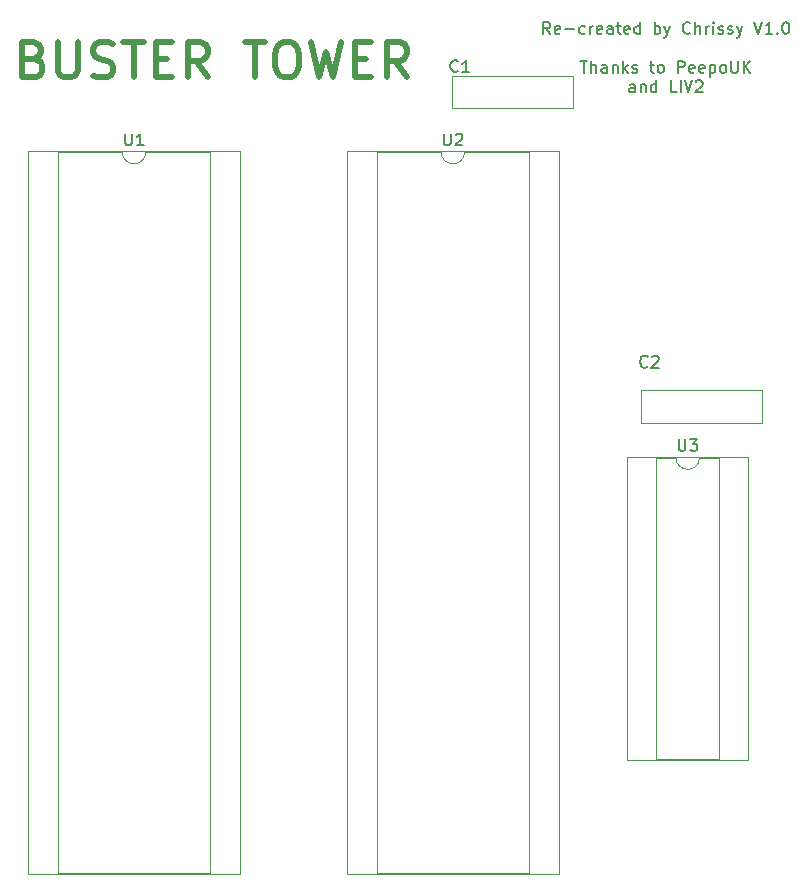
<source format=gbr>
G04 #@! TF.GenerationSoftware,KiCad,Pcbnew,(5.1.5-0-10_14)*
G04 #@! TF.CreationDate,2020-08-21T16:03:34+01:00*
G04 #@! TF.ProjectId,BusterTower,42757374-6572-4546-9f77-65722e6b6963,rev?*
G04 #@! TF.SameCoordinates,Original*
G04 #@! TF.FileFunction,Legend,Top*
G04 #@! TF.FilePolarity,Positive*
%FSLAX46Y46*%
G04 Gerber Fmt 4.6, Leading zero omitted, Abs format (unit mm)*
G04 Created by KiCad (PCBNEW (5.1.5-0-10_14)) date 2020-08-21 16:03:34*
%MOMM*%
%LPD*%
G04 APERTURE LIST*
%ADD10C,0.150000*%
%ADD11C,0.500000*%
%ADD12C,0.120000*%
G04 APERTURE END LIST*
D10*
X95854476Y-26679380D02*
X95521142Y-26203190D01*
X95283047Y-26679380D02*
X95283047Y-25679380D01*
X95663999Y-25679380D01*
X95759238Y-25727000D01*
X95806857Y-25774619D01*
X95854476Y-25869857D01*
X95854476Y-26012714D01*
X95806857Y-26107952D01*
X95759238Y-26155571D01*
X95663999Y-26203190D01*
X95283047Y-26203190D01*
X96663999Y-26631761D02*
X96568761Y-26679380D01*
X96378285Y-26679380D01*
X96283047Y-26631761D01*
X96235428Y-26536523D01*
X96235428Y-26155571D01*
X96283047Y-26060333D01*
X96378285Y-26012714D01*
X96568761Y-26012714D01*
X96663999Y-26060333D01*
X96711619Y-26155571D01*
X96711619Y-26250809D01*
X96235428Y-26346047D01*
X97140190Y-26298428D02*
X97902095Y-26298428D01*
X98806857Y-26631761D02*
X98711619Y-26679380D01*
X98521142Y-26679380D01*
X98425904Y-26631761D01*
X98378285Y-26584142D01*
X98330666Y-26488904D01*
X98330666Y-26203190D01*
X98378285Y-26107952D01*
X98425904Y-26060333D01*
X98521142Y-26012714D01*
X98711619Y-26012714D01*
X98806857Y-26060333D01*
X99235428Y-26679380D02*
X99235428Y-26012714D01*
X99235428Y-26203190D02*
X99283047Y-26107952D01*
X99330666Y-26060333D01*
X99425904Y-26012714D01*
X99521142Y-26012714D01*
X100235428Y-26631761D02*
X100140190Y-26679380D01*
X99949714Y-26679380D01*
X99854476Y-26631761D01*
X99806857Y-26536523D01*
X99806857Y-26155571D01*
X99854476Y-26060333D01*
X99949714Y-26012714D01*
X100140190Y-26012714D01*
X100235428Y-26060333D01*
X100283047Y-26155571D01*
X100283047Y-26250809D01*
X99806857Y-26346047D01*
X101140190Y-26679380D02*
X101140190Y-26155571D01*
X101092571Y-26060333D01*
X100997333Y-26012714D01*
X100806857Y-26012714D01*
X100711619Y-26060333D01*
X101140190Y-26631761D02*
X101044952Y-26679380D01*
X100806857Y-26679380D01*
X100711619Y-26631761D01*
X100664000Y-26536523D01*
X100664000Y-26441285D01*
X100711619Y-26346047D01*
X100806857Y-26298428D01*
X101044952Y-26298428D01*
X101140190Y-26250809D01*
X101473523Y-26012714D02*
X101854476Y-26012714D01*
X101616380Y-25679380D02*
X101616380Y-26536523D01*
X101664000Y-26631761D01*
X101759238Y-26679380D01*
X101854476Y-26679380D01*
X102568761Y-26631761D02*
X102473523Y-26679380D01*
X102283047Y-26679380D01*
X102187809Y-26631761D01*
X102140190Y-26536523D01*
X102140190Y-26155571D01*
X102187809Y-26060333D01*
X102283047Y-26012714D01*
X102473523Y-26012714D01*
X102568761Y-26060333D01*
X102616380Y-26155571D01*
X102616380Y-26250809D01*
X102140190Y-26346047D01*
X103473523Y-26679380D02*
X103473523Y-25679380D01*
X103473523Y-26631761D02*
X103378285Y-26679380D01*
X103187809Y-26679380D01*
X103092571Y-26631761D01*
X103044952Y-26584142D01*
X102997333Y-26488904D01*
X102997333Y-26203190D01*
X103044952Y-26107952D01*
X103092571Y-26060333D01*
X103187809Y-26012714D01*
X103378285Y-26012714D01*
X103473523Y-26060333D01*
X104711619Y-26679380D02*
X104711619Y-25679380D01*
X104711619Y-26060333D02*
X104806857Y-26012714D01*
X104997333Y-26012714D01*
X105092571Y-26060333D01*
X105140190Y-26107952D01*
X105187809Y-26203190D01*
X105187809Y-26488904D01*
X105140190Y-26584142D01*
X105092571Y-26631761D01*
X104997333Y-26679380D01*
X104806857Y-26679380D01*
X104711619Y-26631761D01*
X105521142Y-26012714D02*
X105759238Y-26679380D01*
X105997333Y-26012714D02*
X105759238Y-26679380D01*
X105663999Y-26917476D01*
X105616380Y-26965095D01*
X105521142Y-27012714D01*
X107711619Y-26584142D02*
X107663999Y-26631761D01*
X107521142Y-26679380D01*
X107425904Y-26679380D01*
X107283047Y-26631761D01*
X107187809Y-26536523D01*
X107140190Y-26441285D01*
X107092571Y-26250809D01*
X107092571Y-26107952D01*
X107140190Y-25917476D01*
X107187809Y-25822238D01*
X107283047Y-25727000D01*
X107425904Y-25679380D01*
X107521142Y-25679380D01*
X107663999Y-25727000D01*
X107711619Y-25774619D01*
X108140190Y-26679380D02*
X108140190Y-25679380D01*
X108568761Y-26679380D02*
X108568761Y-26155571D01*
X108521142Y-26060333D01*
X108425904Y-26012714D01*
X108283047Y-26012714D01*
X108187809Y-26060333D01*
X108140190Y-26107952D01*
X109044952Y-26679380D02*
X109044952Y-26012714D01*
X109044952Y-26203190D02*
X109092571Y-26107952D01*
X109140190Y-26060333D01*
X109235428Y-26012714D01*
X109330666Y-26012714D01*
X109663999Y-26679380D02*
X109663999Y-26012714D01*
X109663999Y-25679380D02*
X109616380Y-25727000D01*
X109663999Y-25774619D01*
X109711619Y-25727000D01*
X109663999Y-25679380D01*
X109663999Y-25774619D01*
X110092571Y-26631761D02*
X110187809Y-26679380D01*
X110378285Y-26679380D01*
X110473523Y-26631761D01*
X110521142Y-26536523D01*
X110521142Y-26488904D01*
X110473523Y-26393666D01*
X110378285Y-26346047D01*
X110235428Y-26346047D01*
X110140190Y-26298428D01*
X110092571Y-26203190D01*
X110092571Y-26155571D01*
X110140190Y-26060333D01*
X110235428Y-26012714D01*
X110378285Y-26012714D01*
X110473523Y-26060333D01*
X110902095Y-26631761D02*
X110997333Y-26679380D01*
X111187809Y-26679380D01*
X111283047Y-26631761D01*
X111330666Y-26536523D01*
X111330666Y-26488904D01*
X111283047Y-26393666D01*
X111187809Y-26346047D01*
X111044952Y-26346047D01*
X110949714Y-26298428D01*
X110902095Y-26203190D01*
X110902095Y-26155571D01*
X110949714Y-26060333D01*
X111044952Y-26012714D01*
X111187809Y-26012714D01*
X111283047Y-26060333D01*
X111663999Y-26012714D02*
X111902095Y-26679380D01*
X112140190Y-26012714D02*
X111902095Y-26679380D01*
X111806857Y-26917476D01*
X111759238Y-26965095D01*
X111663999Y-27012714D01*
X113140190Y-25679380D02*
X113473523Y-26679380D01*
X113806857Y-25679380D01*
X114663999Y-26679380D02*
X114092571Y-26679380D01*
X114378285Y-26679380D02*
X114378285Y-25679380D01*
X114283047Y-25822238D01*
X114187809Y-25917476D01*
X114092571Y-25965095D01*
X115092571Y-26584142D02*
X115140190Y-26631761D01*
X115092571Y-26679380D01*
X115044952Y-26631761D01*
X115092571Y-26584142D01*
X115092571Y-26679380D01*
X115759238Y-25679380D02*
X115854476Y-25679380D01*
X115949714Y-25727000D01*
X115997333Y-25774619D01*
X116044952Y-25869857D01*
X116092571Y-26060333D01*
X116092571Y-26298428D01*
X116044952Y-26488904D01*
X115997333Y-26584142D01*
X115949714Y-26631761D01*
X115854476Y-26679380D01*
X115759238Y-26679380D01*
X115663999Y-26631761D01*
X115616380Y-26584142D01*
X115568761Y-26488904D01*
X115521142Y-26298428D01*
X115521142Y-26060333D01*
X115568761Y-25869857D01*
X115616380Y-25774619D01*
X115663999Y-25727000D01*
X115759238Y-25679380D01*
X98425904Y-28979380D02*
X98997333Y-28979380D01*
X98711619Y-29979380D02*
X98711619Y-28979380D01*
X99330666Y-29979380D02*
X99330666Y-28979380D01*
X99759238Y-29979380D02*
X99759238Y-29455571D01*
X99711619Y-29360333D01*
X99616380Y-29312714D01*
X99473523Y-29312714D01*
X99378285Y-29360333D01*
X99330666Y-29407952D01*
X100664000Y-29979380D02*
X100664000Y-29455571D01*
X100616380Y-29360333D01*
X100521142Y-29312714D01*
X100330666Y-29312714D01*
X100235428Y-29360333D01*
X100664000Y-29931761D02*
X100568761Y-29979380D01*
X100330666Y-29979380D01*
X100235428Y-29931761D01*
X100187809Y-29836523D01*
X100187809Y-29741285D01*
X100235428Y-29646047D01*
X100330666Y-29598428D01*
X100568761Y-29598428D01*
X100664000Y-29550809D01*
X101140190Y-29312714D02*
X101140190Y-29979380D01*
X101140190Y-29407952D02*
X101187809Y-29360333D01*
X101283047Y-29312714D01*
X101425904Y-29312714D01*
X101521142Y-29360333D01*
X101568761Y-29455571D01*
X101568761Y-29979380D01*
X102044952Y-29979380D02*
X102044952Y-28979380D01*
X102140190Y-29598428D02*
X102425904Y-29979380D01*
X102425904Y-29312714D02*
X102044952Y-29693666D01*
X102806857Y-29931761D02*
X102902095Y-29979380D01*
X103092571Y-29979380D01*
X103187809Y-29931761D01*
X103235428Y-29836523D01*
X103235428Y-29788904D01*
X103187809Y-29693666D01*
X103092571Y-29646047D01*
X102949714Y-29646047D01*
X102854476Y-29598428D01*
X102806857Y-29503190D01*
X102806857Y-29455571D01*
X102854476Y-29360333D01*
X102949714Y-29312714D01*
X103092571Y-29312714D01*
X103187809Y-29360333D01*
X104283047Y-29312714D02*
X104664000Y-29312714D01*
X104425904Y-28979380D02*
X104425904Y-29836523D01*
X104473523Y-29931761D01*
X104568761Y-29979380D01*
X104664000Y-29979380D01*
X105140190Y-29979380D02*
X105044952Y-29931761D01*
X104997333Y-29884142D01*
X104949714Y-29788904D01*
X104949714Y-29503190D01*
X104997333Y-29407952D01*
X105044952Y-29360333D01*
X105140190Y-29312714D01*
X105283047Y-29312714D01*
X105378285Y-29360333D01*
X105425904Y-29407952D01*
X105473523Y-29503190D01*
X105473523Y-29788904D01*
X105425904Y-29884142D01*
X105378285Y-29931761D01*
X105283047Y-29979380D01*
X105140190Y-29979380D01*
X106664000Y-29979380D02*
X106664000Y-28979380D01*
X107044952Y-28979380D01*
X107140190Y-29027000D01*
X107187809Y-29074619D01*
X107235428Y-29169857D01*
X107235428Y-29312714D01*
X107187809Y-29407952D01*
X107140190Y-29455571D01*
X107044952Y-29503190D01*
X106664000Y-29503190D01*
X108044952Y-29931761D02*
X107949714Y-29979380D01*
X107759238Y-29979380D01*
X107664000Y-29931761D01*
X107616380Y-29836523D01*
X107616380Y-29455571D01*
X107664000Y-29360333D01*
X107759238Y-29312714D01*
X107949714Y-29312714D01*
X108044952Y-29360333D01*
X108092571Y-29455571D01*
X108092571Y-29550809D01*
X107616380Y-29646047D01*
X108902095Y-29931761D02*
X108806857Y-29979380D01*
X108616380Y-29979380D01*
X108521142Y-29931761D01*
X108473523Y-29836523D01*
X108473523Y-29455571D01*
X108521142Y-29360333D01*
X108616380Y-29312714D01*
X108806857Y-29312714D01*
X108902095Y-29360333D01*
X108949714Y-29455571D01*
X108949714Y-29550809D01*
X108473523Y-29646047D01*
X109378285Y-29312714D02*
X109378285Y-30312714D01*
X109378285Y-29360333D02*
X109473523Y-29312714D01*
X109664000Y-29312714D01*
X109759238Y-29360333D01*
X109806857Y-29407952D01*
X109854476Y-29503190D01*
X109854476Y-29788904D01*
X109806857Y-29884142D01*
X109759238Y-29931761D01*
X109664000Y-29979380D01*
X109473523Y-29979380D01*
X109378285Y-29931761D01*
X110425904Y-29979380D02*
X110330666Y-29931761D01*
X110283047Y-29884142D01*
X110235428Y-29788904D01*
X110235428Y-29503190D01*
X110283047Y-29407952D01*
X110330666Y-29360333D01*
X110425904Y-29312714D01*
X110568761Y-29312714D01*
X110664000Y-29360333D01*
X110711619Y-29407952D01*
X110759238Y-29503190D01*
X110759238Y-29788904D01*
X110711619Y-29884142D01*
X110664000Y-29931761D01*
X110568761Y-29979380D01*
X110425904Y-29979380D01*
X111187809Y-28979380D02*
X111187809Y-29788904D01*
X111235428Y-29884142D01*
X111283047Y-29931761D01*
X111378285Y-29979380D01*
X111568761Y-29979380D01*
X111664000Y-29931761D01*
X111711619Y-29884142D01*
X111759238Y-29788904D01*
X111759238Y-28979380D01*
X112235428Y-29979380D02*
X112235428Y-28979380D01*
X112806857Y-29979380D02*
X112378285Y-29407952D01*
X112806857Y-28979380D02*
X112235428Y-29550809D01*
X103044952Y-31629380D02*
X103044952Y-31105571D01*
X102997333Y-31010333D01*
X102902095Y-30962714D01*
X102711619Y-30962714D01*
X102616380Y-31010333D01*
X103044952Y-31581761D02*
X102949714Y-31629380D01*
X102711619Y-31629380D01*
X102616380Y-31581761D01*
X102568761Y-31486523D01*
X102568761Y-31391285D01*
X102616380Y-31296047D01*
X102711619Y-31248428D01*
X102949714Y-31248428D01*
X103044952Y-31200809D01*
X103521142Y-30962714D02*
X103521142Y-31629380D01*
X103521142Y-31057952D02*
X103568761Y-31010333D01*
X103664000Y-30962714D01*
X103806857Y-30962714D01*
X103902095Y-31010333D01*
X103949714Y-31105571D01*
X103949714Y-31629380D01*
X104854476Y-31629380D02*
X104854476Y-30629380D01*
X104854476Y-31581761D02*
X104759238Y-31629380D01*
X104568761Y-31629380D01*
X104473523Y-31581761D01*
X104425904Y-31534142D01*
X104378285Y-31438904D01*
X104378285Y-31153190D01*
X104425904Y-31057952D01*
X104473523Y-31010333D01*
X104568761Y-30962714D01*
X104759238Y-30962714D01*
X104854476Y-31010333D01*
X106568761Y-31629380D02*
X106092571Y-31629380D01*
X106092571Y-30629380D01*
X106902095Y-31629380D02*
X106902095Y-30629380D01*
X107235428Y-30629380D02*
X107568761Y-31629380D01*
X107902095Y-30629380D01*
X108187809Y-30724619D02*
X108235428Y-30677000D01*
X108330666Y-30629380D01*
X108568761Y-30629380D01*
X108664000Y-30677000D01*
X108711619Y-30724619D01*
X108759238Y-30819857D01*
X108759238Y-30915095D01*
X108711619Y-31057952D01*
X108140190Y-31629380D01*
X108759238Y-31629380D01*
D11*
X52159214Y-28805214D02*
X52587785Y-28948071D01*
X52730642Y-29090928D01*
X52873500Y-29376642D01*
X52873500Y-29805214D01*
X52730642Y-30090928D01*
X52587785Y-30233785D01*
X52302071Y-30376642D01*
X51159214Y-30376642D01*
X51159214Y-27376642D01*
X52159214Y-27376642D01*
X52444928Y-27519500D01*
X52587785Y-27662357D01*
X52730642Y-27948071D01*
X52730642Y-28233785D01*
X52587785Y-28519500D01*
X52444928Y-28662357D01*
X52159214Y-28805214D01*
X51159214Y-28805214D01*
X54159214Y-27376642D02*
X54159214Y-29805214D01*
X54302071Y-30090928D01*
X54444928Y-30233785D01*
X54730642Y-30376642D01*
X55302071Y-30376642D01*
X55587785Y-30233785D01*
X55730642Y-30090928D01*
X55873500Y-29805214D01*
X55873500Y-27376642D01*
X57159214Y-30233785D02*
X57587785Y-30376642D01*
X58302071Y-30376642D01*
X58587785Y-30233785D01*
X58730642Y-30090928D01*
X58873500Y-29805214D01*
X58873500Y-29519500D01*
X58730642Y-29233785D01*
X58587785Y-29090928D01*
X58302071Y-28948071D01*
X57730642Y-28805214D01*
X57444928Y-28662357D01*
X57302071Y-28519500D01*
X57159214Y-28233785D01*
X57159214Y-27948071D01*
X57302071Y-27662357D01*
X57444928Y-27519500D01*
X57730642Y-27376642D01*
X58444928Y-27376642D01*
X58873500Y-27519500D01*
X59730642Y-27376642D02*
X61444928Y-27376642D01*
X60587785Y-30376642D02*
X60587785Y-27376642D01*
X62444928Y-28805214D02*
X63444928Y-28805214D01*
X63873500Y-30376642D02*
X62444928Y-30376642D01*
X62444928Y-27376642D01*
X63873500Y-27376642D01*
X66873500Y-30376642D02*
X65873500Y-28948071D01*
X65159214Y-30376642D02*
X65159214Y-27376642D01*
X66302071Y-27376642D01*
X66587785Y-27519500D01*
X66730642Y-27662357D01*
X66873500Y-27948071D01*
X66873500Y-28376642D01*
X66730642Y-28662357D01*
X66587785Y-28805214D01*
X66302071Y-28948071D01*
X65159214Y-28948071D01*
X70016357Y-27376642D02*
X71730642Y-27376642D01*
X70873500Y-30376642D02*
X70873500Y-27376642D01*
X73302071Y-27376642D02*
X73873500Y-27376642D01*
X74159214Y-27519500D01*
X74444928Y-27805214D01*
X74587785Y-28376642D01*
X74587785Y-29376642D01*
X74444928Y-29948071D01*
X74159214Y-30233785D01*
X73873500Y-30376642D01*
X73302071Y-30376642D01*
X73016357Y-30233785D01*
X72730642Y-29948071D01*
X72587785Y-29376642D01*
X72587785Y-28376642D01*
X72730642Y-27805214D01*
X73016357Y-27519500D01*
X73302071Y-27376642D01*
X75587785Y-27376642D02*
X76302071Y-30376642D01*
X76873500Y-28233785D01*
X77444928Y-30376642D01*
X78159214Y-27376642D01*
X79302071Y-28805214D02*
X80302071Y-28805214D01*
X80730642Y-30376642D02*
X79302071Y-30376642D01*
X79302071Y-27376642D01*
X80730642Y-27376642D01*
X83730642Y-30376642D02*
X82730642Y-28948071D01*
X82016357Y-30376642D02*
X82016357Y-27376642D01*
X83159214Y-27376642D01*
X83444928Y-27519500D01*
X83587785Y-27662357D01*
X83730642Y-27948071D01*
X83730642Y-28376642D01*
X83587785Y-28662357D01*
X83444928Y-28805214D01*
X83159214Y-28948071D01*
X82016357Y-28948071D01*
D12*
X96570000Y-36610000D02*
X78670000Y-36610000D01*
X96570000Y-97810000D02*
X96570000Y-36610000D01*
X78670000Y-97810000D02*
X96570000Y-97810000D01*
X78670000Y-36610000D02*
X78670000Y-97810000D01*
X94080000Y-36670000D02*
X88620000Y-36670000D01*
X94080000Y-97750000D02*
X94080000Y-36670000D01*
X81160000Y-97750000D02*
X94080000Y-97750000D01*
X81160000Y-36670000D02*
X81160000Y-97750000D01*
X86620000Y-36670000D02*
X81160000Y-36670000D01*
X88620000Y-36670000D02*
G75*
G02X86620000Y-36670000I-1000000J0D01*
G01*
X69570000Y-36610000D02*
X51670000Y-36610000D01*
X69570000Y-97810000D02*
X69570000Y-36610000D01*
X51670000Y-97810000D02*
X69570000Y-97810000D01*
X51670000Y-36610000D02*
X51670000Y-97810000D01*
X67080000Y-36670000D02*
X61620000Y-36670000D01*
X67080000Y-97750000D02*
X67080000Y-36670000D01*
X54160000Y-97750000D02*
X67080000Y-97750000D01*
X54160000Y-36670000D02*
X54160000Y-97750000D01*
X59620000Y-36670000D02*
X54160000Y-36670000D01*
X61620000Y-36670000D02*
G75*
G02X59620000Y-36670000I-1000000J0D01*
G01*
X112645500Y-62491000D02*
X102365500Y-62491000D01*
X112645500Y-88131000D02*
X112645500Y-62491000D01*
X102365500Y-88131000D02*
X112645500Y-88131000D01*
X102365500Y-62491000D02*
X102365500Y-88131000D01*
X110155500Y-62551000D02*
X108505500Y-62551000D01*
X110155500Y-88071000D02*
X110155500Y-62551000D01*
X104855500Y-88071000D02*
X110155500Y-88071000D01*
X104855500Y-62551000D02*
X104855500Y-88071000D01*
X106505500Y-62551000D02*
X104855500Y-62551000D01*
X108505500Y-62551000D02*
G75*
G02X106505500Y-62551000I-1000000J0D01*
G01*
X103568500Y-59599500D02*
X103568500Y-56859500D01*
X113808500Y-59599500D02*
X113808500Y-56859500D01*
X113808500Y-56859500D02*
X103568500Y-56859500D01*
X113808500Y-59599500D02*
X103568500Y-59599500D01*
X87566500Y-32993000D02*
X87566500Y-30253000D01*
X97806500Y-32993000D02*
X97806500Y-30253000D01*
X97806500Y-30253000D02*
X87566500Y-30253000D01*
X97806500Y-32993000D02*
X87566500Y-32993000D01*
D10*
X86858095Y-35122380D02*
X86858095Y-35931904D01*
X86905714Y-36027142D01*
X86953333Y-36074761D01*
X87048571Y-36122380D01*
X87239047Y-36122380D01*
X87334285Y-36074761D01*
X87381904Y-36027142D01*
X87429523Y-35931904D01*
X87429523Y-35122380D01*
X87858095Y-35217619D02*
X87905714Y-35170000D01*
X88000952Y-35122380D01*
X88239047Y-35122380D01*
X88334285Y-35170000D01*
X88381904Y-35217619D01*
X88429523Y-35312857D01*
X88429523Y-35408095D01*
X88381904Y-35550952D01*
X87810476Y-36122380D01*
X88429523Y-36122380D01*
X59858095Y-35122380D02*
X59858095Y-35931904D01*
X59905714Y-36027142D01*
X59953333Y-36074761D01*
X60048571Y-36122380D01*
X60239047Y-36122380D01*
X60334285Y-36074761D01*
X60381904Y-36027142D01*
X60429523Y-35931904D01*
X60429523Y-35122380D01*
X61429523Y-36122380D02*
X60858095Y-36122380D01*
X61143809Y-36122380D02*
X61143809Y-35122380D01*
X61048571Y-35265238D01*
X60953333Y-35360476D01*
X60858095Y-35408095D01*
X106743595Y-61003380D02*
X106743595Y-61812904D01*
X106791214Y-61908142D01*
X106838833Y-61955761D01*
X106934071Y-62003380D01*
X107124547Y-62003380D01*
X107219785Y-61955761D01*
X107267404Y-61908142D01*
X107315023Y-61812904D01*
X107315023Y-61003380D01*
X107695976Y-61003380D02*
X108315023Y-61003380D01*
X107981690Y-61384333D01*
X108124547Y-61384333D01*
X108219785Y-61431952D01*
X108267404Y-61479571D01*
X108315023Y-61574809D01*
X108315023Y-61812904D01*
X108267404Y-61908142D01*
X108219785Y-61955761D01*
X108124547Y-62003380D01*
X107838833Y-62003380D01*
X107743595Y-61955761D01*
X107695976Y-61908142D01*
X104100333Y-54840142D02*
X104052714Y-54887761D01*
X103909857Y-54935380D01*
X103814619Y-54935380D01*
X103671761Y-54887761D01*
X103576523Y-54792523D01*
X103528904Y-54697285D01*
X103481285Y-54506809D01*
X103481285Y-54363952D01*
X103528904Y-54173476D01*
X103576523Y-54078238D01*
X103671761Y-53983000D01*
X103814619Y-53935380D01*
X103909857Y-53935380D01*
X104052714Y-53983000D01*
X104100333Y-54030619D01*
X104481285Y-54030619D02*
X104528904Y-53983000D01*
X104624142Y-53935380D01*
X104862238Y-53935380D01*
X104957476Y-53983000D01*
X105005095Y-54030619D01*
X105052714Y-54125857D01*
X105052714Y-54221095D01*
X105005095Y-54363952D01*
X104433666Y-54935380D01*
X105052714Y-54935380D01*
X88034833Y-29821142D02*
X87987214Y-29868761D01*
X87844357Y-29916380D01*
X87749119Y-29916380D01*
X87606261Y-29868761D01*
X87511023Y-29773523D01*
X87463404Y-29678285D01*
X87415785Y-29487809D01*
X87415785Y-29344952D01*
X87463404Y-29154476D01*
X87511023Y-29059238D01*
X87606261Y-28964000D01*
X87749119Y-28916380D01*
X87844357Y-28916380D01*
X87987214Y-28964000D01*
X88034833Y-29011619D01*
X88987214Y-29916380D02*
X88415785Y-29916380D01*
X88701500Y-29916380D02*
X88701500Y-28916380D01*
X88606261Y-29059238D01*
X88511023Y-29154476D01*
X88415785Y-29202095D01*
M02*

</source>
